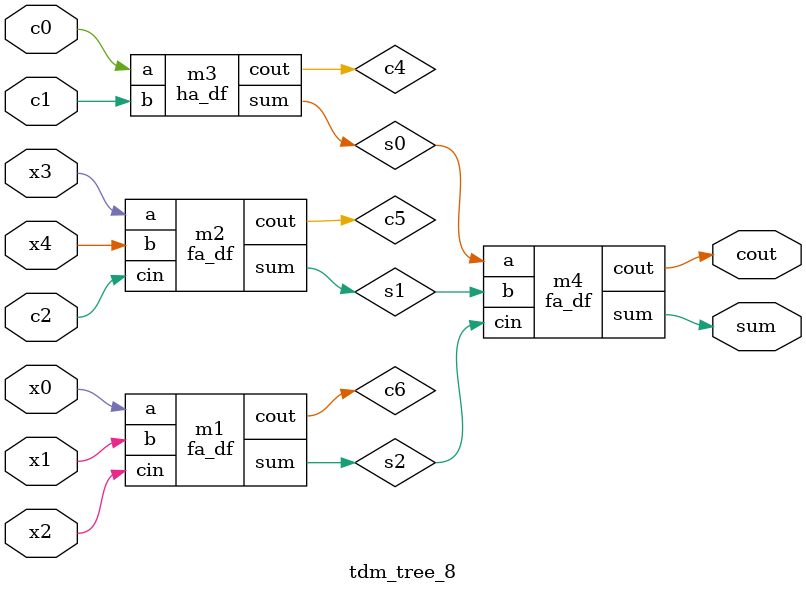
<source format=v>
module fa_df(input a,b,cin,output sum,cout);
assign sum=a^b^cin;
assign cout=cin&(a^b)|(a&b);
endmodule
module ha_df(input a,b,output sum,cout);
assign sum=a^b;
assign cout=a&b;
endmodule
module tdm_tree_8(x0,x1,x2,x3,x4,c0,c1,c2,sum,cout);
input x0,x1,x2,x3,x4,c0,c1,c2;
output  sum,cout;
wire s0,s1,s2,c4,c5,c6;
fa_df m1(x0,x1,x2,s2,c6);
fa_df m2(x3,x4,c2,s1,c5);
ha_df m3(c0,c1,s0,c4);
fa_df m4(s0,s1,s2,sum,cout);
endmodule

</source>
